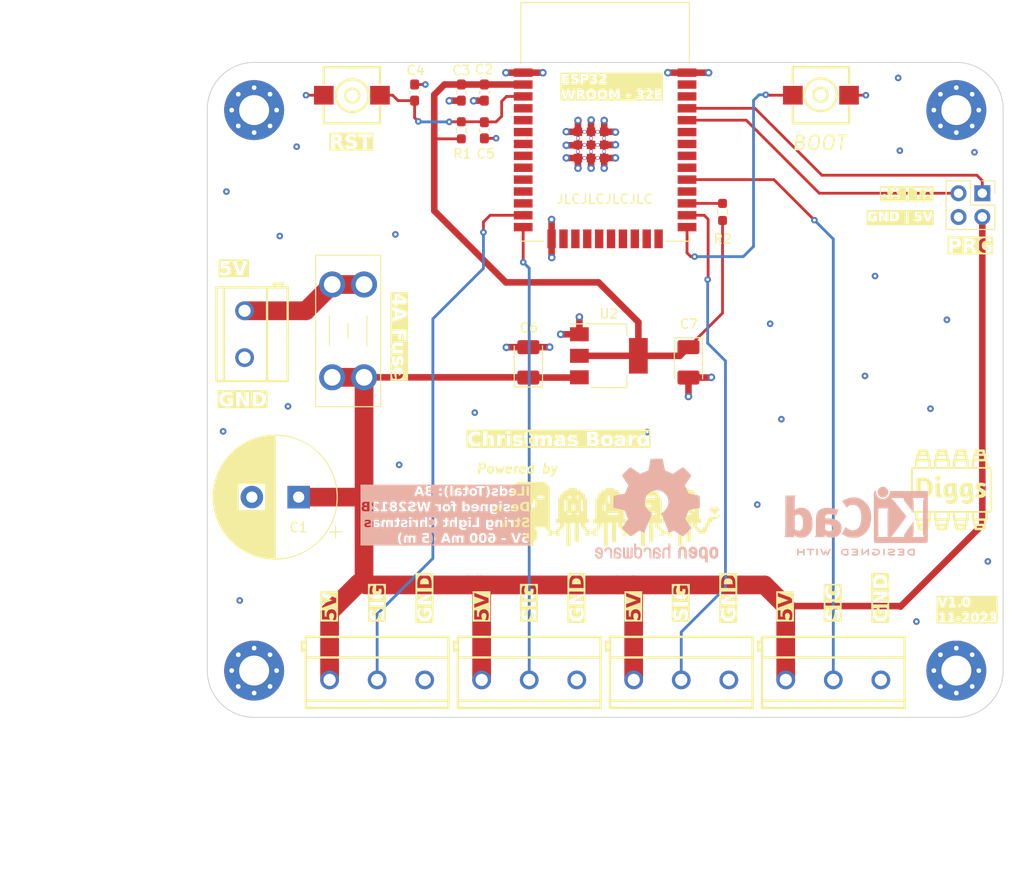
<source format=kicad_pcb>
(kicad_pcb (version 20221018) (generator pcbnew)
  (layers (0 "F.Cu" signal) (1 "In1.Cu" power) (2 "In2.Cu" power) (31 "B.Cu" signal) (34 "B.Paste" user) (35 "F.Paste" user) (36 "B.SilkS" user "B.Silkscreen") (37 "F.SilkS" user "F.Silkscreen") (38 "B.Mask" user) (39 "F.Mask" user) (44 "Edge.Cuts" user))
  (net 0 "")
  (net 1 "+5V")
  (net 2 "GND")
  (net 3 "+3.3V")
  (net 4 "/DOUT_1")
  (net 5 "/DOUT_2")
  (net 6 "/DOUT_3")
  (net 7 "/DOUT_4")
  (net 8 "/ESP32_EN")
  (net 9 "/ESP32_TX")
  (net 10 "/ESP32_RX")
  (net 11 "Net-(J1-Pin_1)")
  (net 12 "Net-(U1-IO16)")
  (net 13 "/BOOT")
  (footprint "LOGO" (layer "F.Cu") (at 177.725 109.425)
    (fp_text reference "G***" hide)
    (fp_text value "LOGO" hide)
  )
  (footprint "MountingHole:MountingHole_3.2mm_M3_Pad_Via" (layer "F.Cu") (at 178.26 68.84 90)
    (fp_text reference "REF**" hide)
    (fp_text value "MountingHole_3.2mm_M3_Pad_Via" hide)
    (pad "1" thru_hole circle (at -2.4 0 90) (size 0.8 0.8) (drill 0.5) (layers "*.Cu" "*.Mask"))
    (pad "1" thru_hole circle (at -1.697056 -1.697056 90) (size 0.8 0.8) (drill 0.5) (layers "*.Cu" "*.Mask"))
    (pad "1" thru_hole circle (at -1.697056 1.697056 90) (size 0.8 0.8) (drill 0.5) (layers "*.Cu" "*.Mask"))
    (pad "1" thru_hole circle (at 0 -2.4 90) (size 0.8 0.8) (drill 0.5) (layers "*.Cu" "*.Mask"))
    (pad "1" thru_hole circle (at 0 0 90) (size 6.4 6.4) (drill 3.2) (layers "*.Cu" "*.Mask"))
    (pad "1" thru_hole circle (at 0 2.4 90) (size 0.8 0.8) (drill 0.5) (layers "*.Cu" "*.Mask"))
    (pad "1" thru_hole circle (at 1.697056 -1.697056 90) (size 0.8 0.8) (drill 0.5) (layers "*.Cu" "*.Mask"))
    (pad "1" thru_hole circle (at 1.697056 1.697056 90) (size 0.8 0.8) (drill 0.5) (layers "*.Cu" "*.Mask"))
    (pad "1" thru_hole circle (at 2.4 0 90) (size 0.8 0.8) (drill 0.5) (layers "*.Cu" "*.Mask"))
  )
  (footprint "Resistor_SMD:R_0603_1608Metric_Pad0.98x0.95mm_HandSolder" (layer "F.Cu") (at 125.390259 71 90)
    (fp_text reference "R1" (at -2.5 0.109741 180) (layer "F.SilkS"))
    (fp_text value "10k" hide)
    (pad "1" smd roundrect (at -0.9125 0 90) (size 0.975 0.95) (layers "F.Cu" "F.Paste" "F.Mask") (net 3 "+3.3V"))
    (pad "2" smd roundrect (at 0.9125 0 90) (size 0.975 0.95) (layers "F.Cu" "F.Paste" "F.Mask") (net 8 "/ESP32_EN"))
  )
  (footprint "Screw Terminal:3P" (layer "F.Cu") (at 148.68 118.776)
    (fp_text reference "J5" hide)
    (fp_text value "OUT 3" hide)
    (pad "1" thru_hole circle (at -4.88 10.96) (size 2 2) (drill 1.3) (layers "*.Cu" "*.Mask") (net 1 "+5V"))
    (pad "2" thru_hole circle (at 0.2 10.96) (size 2 2) (drill 1.3) (layers "*.Cu" "*.Mask") (net 6 "/DOUT_3"))
    (pad "3" thru_hole circle (at 5.28 10.96) (size 2 2) (drill 1.3) (layers "*.Cu" "*.Mask") (net 2 "GND"))
  )
  (footprint "Screw Terminal:3P" (layer "F.Cu") (at 132.44 118.776)
    (fp_text reference "J4" hide)
    (fp_text value "OUT 2" hide)
    (pad "1" thru_hole circle (at -4.88 10.96) (size 2 2) (drill 1.3) (layers "*.Cu" "*.Mask") (net 1 "+5V"))
    (pad "2" thru_hole circle (at 0.2 10.96) (size 2 2) (drill 1.3) (layers "*.Cu" "*.Mask") (net 5 "/DOUT_2"))
    (pad "3" thru_hole circle (at 5.28 10.96) (size 2 2) (drill 1.3) (layers "*.Cu" "*.Mask") (net 2 "GND"))
  )
  (footprint "MountingHole:MountingHole_3.2mm_M3_Pad_Via" (layer "F.Cu") (at 103.26 128.74 90)
    (fp_text reference "REF**" hide)
    (fp_text value "MountingHole_3.2mm_M3_Pad_Via" hide)
    (pad "1" thru_hole circle (at -2.4 0 90) (size 0.8 0.8) (drill 0.5) (layers "*.Cu" "*.Mask"))
    (pad "1" thru_hole circle (at -1.697056 -1.697056 90) (size 0.8 0.8) (drill 0.5) (layers "*.Cu" "*.Mask"))
    (pad "1" thru_hole circle (at -1.697056 1.697056 90) (size 0.8 0.8) (drill 0.5) (layers "*.Cu" "*.Mask"))
    (pad "1" thru_hole circle (at 0 -2.4 90) (size 0.8 0.8) (drill 0.5) (layers "*.Cu" "*.Mask"))
    (pad "1" thru_hole circle (at 0 0 90) (size 6.4 6.4) (drill 3.2) (layers "*.Cu" "*.Mask"))
    (pad "1" thru_hole circle (at 0 2.4 90) (size 0.8 0.8) (drill 0.5) (layers "*.Cu" "*.Mask"))
    (pad "1" thru_hole circle (at 1.697056 -1.697056 90) (size 0.8 0.8) (drill 0.5) (layers "*.Cu" "*.Mask"))
    (pad "1" thru_hole circle (at 1.697056 1.697056 90) (size 0.8 0.8) (drill 0.5) (layers "*.Cu" "*.Mask"))
    (pad "1" thru_hole circle (at 2.4 0 90) (size 0.8 0.8) (drill 0.5) (layers "*.Cu" "*.Mask"))
  )
  (footprint "Capacitor_SMD:C_0603_1608Metric_Pad1.08x0.95mm_HandSolder" (layer "F.Cu") (at 127.850192 71 90)
    (fp_text reference "C5" (at -2.5 0.149808 180) (layer "F.SilkS"))
    (fp_text value "1 uF" hide)
    (pad "1" smd roundrect (at -0.8625 0 90) (size 1.075 0.95) (layers "F.Cu" "F.Paste" "F.Mask") (net 2 "GND"))
    (pad "2" smd roundrect (at 0.8625 0 90) (size 1.075 0.95) (layers "F.Cu" "F.Paste" "F.Mask") (net 8 "/ESP32_EN"))
  )
  (footprint "Capacitor_Tantalum_SMD:CP_EIA-3528-21_Kemet-B_Pad1.50x2.35mm_HandSolder" (layer "F.Cu") (at 132.55 95.8 90)
    (fp_text reference "C6" (at 3.7 0.05 180) (layer "F.SilkS"))
    (fp_text value "100 uF" hide)
    (pad "1" smd roundrect (at -1.625 0 90) (size 1.5 2.35) (layers "F.Cu" "F.Paste" "F.Mask") (roundrect_rratio 0.1666673333) (net 1 "+5V"))
    (pad "2" smd roundrect (at 1.625 0 90) (size 1.5 2.35) (layers "F.Cu" "F.Paste" "F.Mask") (roundrect_rratio 0.1666673333) (net 2 "GND"))
  )
  (footprint "Switch:SMD Switch" (layer "F.Cu") (at 163.8 67.25)
    (fp_text reference "SW2" hide)
    (fp_text value "BOOT" (at -0.2 5.1 unlocked) (layer "F.SilkS" knockout) (effects (font (size 1.5 1.5) (thickness 0.2) bold italic)))
    (pad "1" smd rect (at -3 0) (size 2.1 2) (layers "F.Cu" "F.Paste" "F.Mask") (net 13 "/BOOT"))
    (pad "2" smd rect (at 3 0) (size 2.1 2) (layers "F.Cu" "F.Paste" "F.Mask") (net 2 "GND"))
  )
  (footprint "Capacitor_SMD:C_0603_1608Metric_Pad1.08x0.95mm_HandSolder" (layer "F.Cu") (at 125.390259 66.96813 -90)
    (fp_text reference "C3" (at -2.36813 -0.009741) (layer "F.SilkS"))
    (fp_text value "10 uF" hide)
    (pad "1" smd roundrect (at -0.8625 0 270) (size 1.075 0.95) (layers "F.Cu" "F.Paste" "F.Mask") (net 3 "+3.3V"))
    (pad "2" smd roundrect (at 0.8625 0 270) (size 1.075 0.95) (layers "F.Cu" "F.Paste" "F.Mask") (net 2 "GND"))
  )
  (footprint "Package_TO_SOT_SMD:SOT-223-3_TabPin2" (layer "F.Cu") (at 141.15 95.1)
    (fp_text reference "U2" (at 0 -4.5) (layer "F.SilkS"))
    (fp_text value "AMS1117-3.3" hide)
    (pad "1" smd rect (at -3.15 -2.3) (size 2 1.5) (layers "F.Cu" "F.Paste" "F.Mask") (net 2 "GND"))
    (pad "2" smd rect (at -3.15 0) (size 2 1.5) (layers "F.Cu" "F.Paste" "F.Mask") (net 3 "+3.3V"))
    (pad "2" smd rect (at 3.15 0) (size 2 3.8) (layers "F.Cu" "F.Paste" "F.Mask") (net 3 "+3.3V"))
    (pad "3" smd rect (at -3.15 2.3) (size 2 1.5) (layers "F.Cu" "F.Paste" "F.Mask") (net 1 "+5V"))
  )
  (footprint "MountingHole:MountingHole_3.2mm_M3_Pad_Via" (layer "F.Cu") (at 178.26 128.74 90)
    (fp_text reference "REF**" hide)
    (fp_text value "MountingHole_3.2mm_M3_Pad_Via" hide)
    (pad "1" thru_hole circle (at -2.4 0 90) (size 0.8 0.8) (drill 0.5) (layers "*.Cu" "*.Mask"))
    (pad "1" thru_hole circle (at -1.697056 -1.697056 90) (size 0.8 0.8) (drill 0.5) (layers "*.Cu" "*.Mask"))
    (pad "1" thru_hole circle (at -1.697056 1.697056 90) (size 0.8 0.8) (drill 0.5) (layers "*.Cu" "*.Mask"))
    (pad "1" thru_hole circle (at 0 -2.4 90) (size 0.8 0.8) (drill 0.5) (layers "*.Cu" "*.Mask"))
    (pad "1" thru_hole circle (at 0 0 90) (size 6.4 6.4) (drill 3.2) (layers "*.Cu" "*.Mask"))
    (pad "1" thru_hole circle (at 0 2.4 90) (size 0.8 0.8) (drill 0.5) (layers "*.Cu" "*.Mask"))
    (pad "1" thru_hole circle (at 1.697056 -1.697056 90) (size 0.8 0.8) (drill 0.5) (layers "*.Cu" "*.Mask"))
    (pad "1" thru_hole circle (at 1.697056 1.697056 90) (size 0.8 0.8) (drill 0.5) (layers "*.Cu" "*.Mask"))
    (pad "1" thru_hole circle (at 2.4 0 90) (size 0.8 0.8) (drill 0.5) (layers "*.Cu" "*.Mask"))
  )
  (footprint "Capacitor_SMD:C_0603_1608Metric_Pad1.08x0.95mm_HandSolder" (layer "F.Cu") (at 127.850192 66.96813 90)
    (fp_text reference "C2" (at 2.46813 -0.050192) (layer "F.SilkS"))
    (fp_text value "0.1 uF" hide)
    (pad "1" smd roundrect (at -0.8625 0 90) (size 1.075 0.95) (layers "F.Cu" "F.Paste" "F.Mask") (net 2 "GND"))
    (pad "2" smd roundrect (at 0.8625 0 90) (size 1.075 0.95) (layers "F.Cu" "F.Paste" "F.Mask") (net 3 "+3.3V"))
  )
  (footprint "Capacitor_THT:CP_Radial_D13.0mm_P5.00mm" (layer "F.Cu") (at 108.015216 110.2 180)
    (fp_text reference "C1" (at 0.015216 -3.25) (layer "F.SilkS"))
    (fp_text value "100 uF" hide)
    (pad "1" thru_hole rect (at 0 0 180) (size 2.4 2.4) (drill 1.2) (layers "*.Cu" "*.Mask") (net 1 "+5V"))
    (pad "2" thru_hole circle (at 5 0 180) (size 2.4 2.4) (drill 1.2) (layers "*.Cu" "*.Mask") (net 2 "GND"))
  )
  (footprint "MountingHole:MountingHole_3.2mm_M3_Pad_Via" (layer "F.Cu") (at 103.26 68.84 90)
    (fp_text reference "REF**" hide)
    (fp_text value "MountingHole_3.2mm_M3_Pad_Via" hide)
    (pad "1" thru_hole circle (at -2.4 0 90) (size 0.8 0.8) (drill 0.5) (layers "*.Cu" "*.Mask"))
    (pad "1" thru_hole circle (at -1.697056 -1.697056 90) (size 0.8 0.8) (drill 0.5) (layers "*.Cu" "*.Mask"))
    (pad "1" thru_hole circle (at -1.697056 1.697056 90) (size 0.8 0.8) (drill 0.5) (layers "*.Cu" "*.Mask"))
    (pad "1" thru_hole circle (at 0 -2.4 90) (size 0.8 0.8) (drill 0.5) (layers "*.Cu" "*.Mask"))
    (pad "1" thru_hole circle (at 0 0 90) (size 6.4 6.4) (drill 3.2) (layers "*.Cu" "*.Mask"))
    (pad "1" thru_hole circle (at 0 2.4 90) (size 0.8 0.8) (drill 0.5) (layers "*.Cu" "*.Mask"))
    (pad "1" thru_hole circle (at 1.697056 -1.697056 90) (size 0.8 0.8) (drill 0.5) (layers "*.Cu" "*.Mask"))
    (pad "1" thru_hole circle (at 1.697056 1.697056 90) (size 0.8 0.8) (drill 0.5) (layers "*.Cu" "*.Mask"))
    (pad "1" thru_hole circle (at 2.4 0 90) (size 0.8 0.8) (drill 0.5) (layers "*.Cu" "*.Mask"))
  )
  (footprint "Fuse:Fuseholder_Blade_Mini_Keystone_3568" (layer "F.Cu") (at 115 87.48 -90)
    (fp_text reference "F1" hide)
    (fp_text value "4A" hide)
    (pad "1" thru_hole circle (at 0 0 270) (size 2.78 2.78) (drill 1.78) (layers "*.Cu" "*.Mask") (net 11 "Net-(J1-Pin_1)"))
    (pad "1" thru_hole circle (at 0 3.4 270) (size 2.78 2.78) (drill 1.78) (layers "*.Cu" "*.Mask") (net 11 "Net-(J1-Pin_1)"))
    (pad "2" thru_hole circle (at 9.92 0 270) (size 2.78 2.78) (drill 1.78) (layers "*.Cu" "*.Mask") (net 1 "+5V"))
    (pad "2" thru_hole circle (at 9.92 3.4 270) (size 2.78 2.78) (drill 1.78) (layers "*.Cu" "*.Mask") (net 1 "+5V"))
  )
  (footprint "Switch:SMD Switch" (layer "F.Cu") (at 113.7 67.25 180)
    (fp_text reference "SW1" hide)
    (fp_text value "RST" hide)
    (pad "1" smd rect (at -3 0 180) (size 2.1 2) (layers "F.Cu" "F.Paste" "F.Mask") (net 8 "/ESP32_EN"))
    (pad "2" smd rect (at 3 0 180) (size 2.1 2) (layers "F.Cu" "F.Paste" "F.Mask") (net 2 "GND"))
  )
  (footprint "Screw Terminal:3P" (layer "F.Cu") (at 164.92 118.776)
    (fp_text reference "J6" hide)
    (fp_text value "OUT 4" hide)
    (pad "1" thru_hole circle (at -4.88 10.96) (size 2 2) (drill 1.3) (layers "*.Cu" "*.Mask") (net 1 "+5V"))
    (pad "2" thru_hole circle (at 0.2 10.96) (size 2 2) (drill 1.3) (layers "*.Cu" "*.Mask") (net 7 "/DOUT_4"))
    (pad "3" thru_hole circle (at 5.28 10.96) (size 2 2) (drill 1.3) (layers "*.Cu" "*.Mask") (net 2 "GND"))
  )
  (footprint "Connector_PinHeader_2.54mm:PinHeader_2x02_P2.54mm_Vertical" (layer "F.Cu") (at 181.035 77.725 -90)
    (fp_text reference "J2" hide)
    (fp_text value "Pogo Pins" hide)
    (pad "1" thru_hole rect (at 0 0 270) (size 1.7 1.7) (drill 1) (layers "*.Cu" "*.Mask") (net 9 "/ESP32_TX"))
    (pad "2" thru_hole oval (at 2.54 0 270) (size 1.7 1.7) (drill 1) (layers "*.Cu" "*.Mask") (net 1 "+5V"))
    (pad "3" thru_hole oval (at 0 2.54 270) (size 1.7 1.7) (drill 1) (layers "*.Cu" "*.Mask") (net 10 "/ESP32_RX"))
    (pad "4" thru_hole oval (at 2.54 2.54 270) (size 1.7 1.7) (drill 1) (layers "*.Cu" "*.Mask") (net 2 "GND"))
  )
  (footprint "ESP32 WROOM 32E:XCVR_ESP32-WROOM-32E__16MB_" (layer "F.Cu") (at 140.7465 70.1)
    (fp_text reference "U1" hide)
    (fp_text value "ESP32WROOM-32E__16MB_" hide)
    (pad "1" smd rect (at -8.75 -5.26) (size 2 0.9) (layers "F.Cu" "F.Paste" "F.Mask") (net 2 "GND"))
    (pad "2" smd rect (at -8.75 -3.99) (size 2 0.9) (layers "F.Cu" "F.Paste" "F.Mask") (net 3 "+3.3V"))
    (pad "3" smd rect (at -8.75 -2.72) (size 2 0.9) (layers "F.Cu" "F.Paste" "F.Mask") (net 8 "/ESP32_EN"))
    (pad "4" smd rect (at -8.75 -1.45) (size 2 0.9) (layers "F.Cu" "F.Paste" "F.Mask"))
    (pad "5" smd rect (at -8.75 -0.18) (size 2 0.9) (layers "F.Cu" "F.Paste" "F.Mask"))
    (pad "6" smd rect (at -8.75 1.09) (size 2 0.9) (layers "F.Cu" "F.Paste" "F.Mask"))
    (pad "7" smd rect (at -8.75 2.36) (size 2 0.9) (layers "F.Cu" "F.Paste" "F.Mask"))
    (pad "8" smd rect (at -8.75 3.63) (size 2 0.9) (layers "F.Cu" "F.Paste" "F.Mask"))
    (pad "9" smd rect (at -8.75 4.9) (size 2 0.9) (layers "F.Cu" "F.Paste" "F.Mask"))
    (pad "10" smd rect (at -8.75 6.17) (size 2 0.9) (layers "F.Cu" "F.Paste" "F.Mask"))
    (pad "11" smd rect (at -8.75 7.44) (size 2 0.9) (layers "F.Cu" "F.Paste" "F.Mask"))
    (pad "12" smd rect (at -8.75 8.71) (size 2 0.9) (layers "F.Cu" "F.Paste" "F.Mask"))
    (pad "13" smd rect (at -8.75 9.98) (size 2 0.9) (layers "F.Cu" "F.Paste" "F.Mask") (net 4 "/DOUT_1"))
    (pad "14" smd rect (at -8.75 11.25) (size 2 0.9) (layers "F.Cu" "F.Paste" "F.Mask") (net 5 "/DOUT_2"))
    (pad "15" smd rect (at -5.715 12.5) (size 0.9 2) (layers "F.Cu" "F.Paste" "F.Mask") (net 2 "GND"))
    (pad "16" smd rect (at -4.445 12.5) (size 0.9 2) (layers "F.Cu" "F.Paste" "F.Mask"))
    (pad "17" smd rect (at -3.175 12.5) (size 0.9 2) (layers "F.Cu" "F.Paste" "F.Mask"))
    (pad "18" smd rect (at -1.905 12.5) (size 0.9 2) (layers "F.Cu" "F.Paste" "F.Mask"))
    (pad "19" smd rect (at -0.635 12.5) (size 0.9 2) (layers "F.Cu" "F.Paste" "F.Mask"))
    (pad "20" smd rect (at 0.635 12.5) (size 0.9 2) (layers "F.Cu" "F.Paste" "F.Mask"))
    (pad "21" smd rect (at 1.905 12.5) (size 0.9 2) (layers "F.Cu" "F.Paste" "F.Mask"))
    (pad "22" smd rect (at 3.175 12.5) (size 0.9 2) (layers "F.Cu" "F.Paste" "F.Mask"))
    (pad "23" smd rect (at 4.445 12.5) (size 0.9 2) (layers "F.Cu" "F.Paste" "F.Mask"))
    (pad "24" smd rect (at 5.715 12.5) (size 0.9 2) (layers "F.Cu" "F.Paste" "F.Mask"))
    (pad "25" smd rect (at 8.75 11.25) (size 2 0.9) (layers "F.Cu" "F.Paste" "F.Mask") (net 13 "/BOOT"))
    (pad "26" smd rect (at 8.75 9.98) (size 2 0.9) (layers "F.Cu" "F.Paste" "F.Mask") (net 6 "/DOUT_3"))
    (pad "27" smd rect (at 8.75 8.71) (size 2 0.9) (layers "F.Cu" "F.Paste" "F.Mask") (net 12 "Net-(U1-IO16)"))
    (pad "28" smd rect (at 8.75 7.44) (size 2 0.9) (layers "F.Cu" "F.Paste" "F.Mask"))
    (pad "29" smd rect (at 8.75 6.17) (size 2 0.9) (layers "F.Cu" "F.Paste" "F.Mask") (net 7 "/DOUT_4"))
    (pad "30" smd rect (at 8.75 4.9) (size 2 0.9) (layers "F.Cu" "F.Paste" "F.Mask"))
    (pad "31" smd rect (at 8.75 3.63) (size 2 0.9) (layers "F.Cu" "F.Paste" "F.Mask"))
    (pad "32" smd rect (at 8.75 2.36) (size 2 0.9) (layers "F.Cu" "F.Paste" "F.Mask"))
    (pad "33" smd rect (at 8.75 1.09) (size 2 0.9) (layers "F.Cu" "F.Paste" "F.Mask"))
    (pad "34" smd rect (at 8.75 -0.18) (size 2 0.9) (layers "F.Cu" "F.Paste" "F.Mask") (net 10 "/ESP32_RX"))
    (pad "35" smd rect (at 8.75 -1.45) (size 2 0.9) (layers "F.Cu" "F.Paste" "F.Mask") (net 9 "/ESP32_TX"))
    (pad "36" smd rect (at 8.75 -2.72) (size 2 0.9) (layers "F.Cu" "F.Paste" "F.Mask"))
    (pad "37" smd rect (at 8.75 -3.99) (size 2 0.9) (layers "F.Cu" "F.Paste" "F.Mask"))
    (pad "38" smd rect (at 8.75 -5.26) (size 2 0.9) (layers "F.Cu" "F.Paste" "F.Mask") (net 2 "GND"))
    (pad "39_1" smd rect (at -2.9 1.06) (size 0.9 0.9) (layers "F.Cu" "F.Paste" "F.Mask") (net 2 "GND"))
    (pad "39_2" smd rect (at -1.5 1.06) (size 0.9 0.9) (layers "F.Cu" "F.Paste" "F.Mask") (net 2 "GND"))
    (pad "39_3" smd rect (at -0.1 1.06) (size 0.9 0.9) (layers "F.Cu" "F.Paste" "F.Mask") (net 2 "GND"))
    (pad "39_4" smd rect (at -2.9 2.46) (size 0.9 0.9) (layers "F.Cu" "F.Paste" "F.Mask") (net 2 "GND"))
    (pad "39_5" smd rect (at -1.5 2.46) (size 0.9 0.9) (layers "F.Cu" "F.Paste" "F.Mask") (net 2 "GND"))
    (pad "39_6" smd rect (at -0.1 2.46) (size 0.9 0.9) (layers "F.Cu" "F.Paste" "F.Mask") (net 2 "GND"))
    (pad "39_7" smd rect (at -2.9 3.86) (size 0.9 0.9) (layers "F.Cu" "F.Paste" "F.Mask") (net 2 "GND"))
    (pad "39_8" smd rect (at -1.5 3.86) (size 0.9 0.9) (layers "F.Cu" "F.Paste" "F.Mask") (net 2 "GND"))
    (pad "39_9" smd rect (at -0.1 3.86) (size 0.9 0.9) (layers "F.Cu" "F.Paste" "F.Mask") (net 2 "GND"))
    (pad "39_10" thru_hole circle (at -2.2 1.06) (size 0.4 0.4) (drill 0.3) (layers "*.Cu") (net 2 "GND"))
    (pad "39_11" thru_hole circle (at -0.8 1.06) (size 0.4 0.4) (drill 0.3) (layers "*.Cu") (net 2 "GND"))
    (pad "39_12" thru_hole circle (at -2.9 1.76) (size 0.4 0.4) (drill 0.3) (layers "*.Cu") (net 2 "GND"))
    (pad "39_13" thru_hole circle (at -1.5 1.76) (size 0.4 0.4) (drill 0.3) (layers "*.Cu") (net 2 "GND"))
    (pad "39_14" thru_hole circle (at -0.1 1.76) (size 0.4 0.4) (drill 0.3) (layers "*.Cu") (net 2 "GND"))
    (pad "39_15" thru_hole circle (at -2.2 2.46) (size 0.4 0.4) (drill 0.3) (layers "*.Cu") (net 2 "GND"))
    (pad "39_16" thru_hole circle (at -0.8 2.46) (size 0.4 0.4) (drill 0.3) (layers "*.Cu") (net 2 "GND"))
    (pad "39_17" thru_hole circle (at -2.9 3.16) (size 0.4 0.4) (drill 0.3) (layers "*.Cu") (net 2 "GND"))
    (pad "39_18" thru_hole circle (at -1.5 3.16) (size 0.4 0.4) (drill 0.3) (layers "*.Cu") (net 2 "GND"))
    (pad "39_19" thru_hole circle (at -0.1 3.16) (size 0.4 0.4) (drill 0.3) (layers "*.Cu") (net 2 "GND"))
    (pad "39_20" thru_hole circle (at -2.2 3.86) (size 0.4 0.4) (drill 0.3) (layers "*.Cu") (net 2 "GND"))
    (pad "39_21" thru_hole circle (at -0.8 3.86) (size 0.4 0.4) (drill 0.3) (layers "*.Cu") (net 2 "GND"))
  )
  (footprint "LOGO" (layer "F.Cu") (at 140.925 112)
    (fp_text reference "G***" hide)
    (fp_text value "LOGO" hide)
  )
  (footprint "Screw Terminal:3P" (layer "F.Cu") (at 116.2 118.776)
    (fp_text reference "J3" hide)
    (fp_text value "OUT 1" hide)
    (pad "1" thru_hole circle (at -4.88 10.96) (size 2 2) (drill 1.3) (layers "*.Cu" "*.Mask") (net 1 "+5V"))
    (pad "2" thru_hole circle (at 0.2 10.96) (size 2 2) (drill 1.3) (layers "*.Cu" "*.Mask") (net 4 "/DOUT_1"))
    (pad "3" thru_hole circle (at 5.28 10.96) (size 2 2) (drill 1.3) (layers "*.Cu" "*.Mask") (net 2 "GND"))
  )
  (footprint "Capacitor_SMD:C_0603_1608Metric_Pad1.08x0.95mm_HandSolder" (layer "F.Cu") (at 120.4 66.96813 90)
    (fp_text reference "C4" (at 2.36813 0.1 180) (layer "F.SilkS"))
    (fp_text value "0.1 uF" hide)
    (pad "1" smd roundrect (at -0.8625 0 90) (size 1.075 0.95) (layers "F.Cu" "F.Paste" "F.Mask") (net 8 "/ESP32_EN"))
    (pad "2" smd roundrect (at 0.8625 0 90) (size 1.075 0.95) (layers "F.Cu" "F.Paste" "F.Mask") (net 2 "GND"))
  )
  (footprint "Capacitor_Tantalum_SMD:CP_EIA-3528-21_Kemet-B_Pad1.50x2.35mm_HandSolder" (layer "F.Cu") (at 149.65 95.8 -90)
    (fp_text reference "C7" (at -4.1 -0.05) (layer "F.SilkS"))
    (fp_text value "100 uF" hide)
    (pad "1" smd roundrect (at -1.625 0 270) (size 1.5 2.35) (layers "F.Cu" "F.Paste" "F.Mask") (roundrect_rratio 0.1666673333) (net 3 "+3.3V"))
    (pad "2" smd roundrect (at 1.625 0 270) (size 1.5 2.35) (layers "F.Cu" "F.Paste" "F.Mask") (roundrect_rratio 0.1666673333) (net 2 "GND"))
  )
  (footprint "Screw Terminal:2P" (layer "F.Cu") (at 110.6605 92.59 -90)
    (fp_text reference "J1" hide)
    (fp_text value "IN" hide)
    (pad "1" thru_hole circle (at -2.304 8.42 270) (size 2 2) (drill 1.3) (layers "*.Cu" "*.Mask") (net 11 "Net-(J1-Pin_1)"))
    (pad "2" thru_hole circle (at 2.704 8.42 270) (size 2 2) (drill 1.3) (layers "*.Cu" "*.Mask") (net 2 "GND"))
  )
  (footprint "Resistor_SMD:R_0603_1608Metric_Pad0.98x0.95mm_HandSolder" (layer "F.Cu") (at 153.2876 79.724275 -90)
    (fp_text reference "R2" (at 2.875725 -0.0124 -180) (layer "F.SilkS"))
    (fp_text value "10k" hide)
    (pad "1" smd roundrect (at -0.9125 0 270) (size 0.975 0.95) (layers "F.Cu" "F.Paste" "F.Mask") (net 12 "Net-(U1-IO16)"))
    (pad "2" smd roundrect (at 0.9125 0 270) (size 0.975 0.95) (layers "F.Cu" "F.Paste" "F.Mask") (net 3 "+3.3V"))
  )
  (footprint "Symbol:KiCad-Logo2_6mm_SilkScreen" (layer "B.Cu") (at 167.557487 112.079848 180)
    (fp_text reference "REF**" hide)
    (fp_text value "KiCad-Logo2_6mm_SilkScreen" hide)
  )
  (footprint "Symbol:OSHW-Logo2_14.6x12mm_SilkScreen" (layer "B.Cu") (at 146.25 111.65 180)
    (fp_text reference "REF**" hide)
    (fp_text value "OSHW-Logo2_14.6x12mm_SilkScreen" hide)
  )
  (gr_arc (start 178.26 63.74) (mid 181.795534 65.204466) (end 183.26 68.74) (stroke (width 0.1)) (layer "Edge.Cuts"))
  (gr_line (start 103.26 133.74) (end 178.26 133.74) (stroke (width 0.1)) (layer "Edge.Cuts"))
  (gr_arc (start 98.26 68.74) (mid 99.724466 65.204466) (end 103.26 63.74) (stroke (width 0.1)) (layer "Edge.Cuts"))
  (gr_arc (start 183.26 128.74) (mid 181.795534 132.275534) (end 178.26 133.74) (stroke (width 0.1)) (layer "Edge.Cuts"))
  (gr_arc (start 103.26 133.74) (mid 99.724466 132.275534) (end 98.26 128.74) (stroke (width 0.1)) (layer "Edge.Cuts"))
  (gr_line (start 183.26 128.74) (end 183.26 68.74) (stroke (width 0.1)) (layer "Edge.Cuts"))
  (gr_line (start 98.26 68.74) (end 98.26 128.74) (stroke (width 0.1)) (layer "Edge.Cuts"))
  (gr_line (start 178.26 63.74) (end 103.26 63.74) (stroke (width 0.1)) (layer "Edge.Cuts"))
  (gr_text "ILeds(Total): 3A\nDesigned for WS2812B \nString Light Christmas\n5V - 600 mA (5 m)\n" (at 132.75 115.25) (layer "B.SilkS" knockout) (effects (font (size 1 1) (thickness 0.2) bold italic) (justify left bottom mirror)))
  (gr_text "ESP32\nWROOM - 32E" (at 136.05 67.85) (layer "F.SilkS" knockout) (effects (font (size 1 1) (thickness 0.25) bold) (justify left bottom)))
  (gr_text "SIG" (at 166.075 123.5 90) (layer "F.SilkS" knockout) (effects (font (size 1.5 1.5) (thickness 0.3) bold italic) (justify left bottom)))
  (gr_text "SIG" (at 133.627502 123.500872 90) (layer "F.SilkS" knockout) (effects (font (size 1.5 1.5) (thickness 0.3) bold italic) (justify left bottom)))
  (gr_text "5V" (at 144.775 123.5 90) (layer "F.SilkS" knockout) (effects (font (size 1.5 1.5) (thickness 0.3) bold italic) (justify left bottom)))
  (gr_text "PRG" (at 179.74497 83.45) (layer "F.SilkS" knockout) (effects (font (size 1.5 1.5) (thickness 0.2) bold italic)))
  (gr_text "GND | 5V" (at 175.75 80.29) (layer "F.SilkS" knockout) (effects (font (size 1 1) (thickness 0.2) bold italic) (justify right)))
  (gr_text "5V" (at 112.285 123.5 90) (layer "F.SilkS" knockout) (effects (font (size 1.5 1.5) (thickness 0.3) bold italic) (justify left bottom)))
  (gr_text "5V" (at 128.554427 123.50206 90) (layer "F.SilkS" knockout) (effects (font (size 1.5 1.5) (thickness 0.3) bold italic) (justify left bottom)))
  (gr_text "Powered by" (at 126.9 107.75) (layer "F.SilkS") (effects (font (size 1 1) (thickness 0.2) bold italic) (justify left bottom)))
  (gr_text "GND" (at 138.703465 123.583766 90) (layer "F.SilkS" knockout) (effects (font (size 1.5 1.5) (thickness 0.3) bold italic) (justify left bottom)))
  (gr_text "5V" (at 99.472126 86.75) (layer "F.SilkS" knockout) (effects (font (size 1.5 1.5) (thickness 0.2) bold italic) (justify left bottom)))
  (gr_text "GND" (at 154.920581 123.583766 90) (layer "F.SilkS" knockout) (effects (font (size 1.5 1.5) (thickness 0.3) bold italic) (justify left bottom)))
  (gr_text "RST" (at 113.55 72.35) (layer "F.SilkS" knockout) (effects (font (size 1.5 1.5) (thickness 0.2) bold italic)))
  (gr_text "4A Fuse" (at 117.75 88.375 -90) (layer "F.SilkS" knockout) (effects (font (size 1.5 1.5) (thickness 0.2) bold italic) (justify left bottom)))
  (gr_text "SIG" (at 149.846009 123.510059 90) (layer "F.SilkS" knockout) (effects (font (size 1.5 1.5) (thickness 0.3) bold italic) (justify left bottom)))
  (gr_text "GND" (at 171.155329 123.583766 90) (layer "F.SilkS" knockout) (effects (font (size 1.5 1.5) (thickness 0.3) bold italic) (justify left bottom)))
  (gr_text "V1.0\n11-2023" (at 176.25 123.75) (layer "F.SilkS" knockout) (effects (font (size 1 1) (thickness 0.2) bold italic) (justify left bottom)))
  (gr_text "5V" (at 160.975 123.5 90) (layer "F.SilkS" knockout) (effects (font (size 1.5 1.5) (thickness 0.3) bold italic) (justify left bottom)))
  (gr_text "JLCJLCJLCJLC" (at 140.7 78.35) (layer "F.SilkS") (effects (font (size 1 1))))
  (gr_text "RX | TX" (at 175.75 77.75) (layer "F.SilkS" knockout) (effects (font (size 1 1) (thickness 0.2) bold italic) (justify right)))
  (gr_text "GND" (at 122.475 123.583766 90) (layer "F.SilkS" knockout) (effects (font (size 1.5 1.5) (thickness 0.3) bold italic) (justify left bottom)))
  (gr_text "Christmas Board" (at 126 105) (layer "F.SilkS" knockout) (effects (font (size 1.5 1.5) (thickness 0.2) bold italic) (justify left bottom)))
  (gr_text "GND" (at 99.425183 100.75) (layer "F.SilkS" knockout) (effects (font (size 1.5 1.5) (thickness 0.2) bold italic) (justify left bottom)))
  (gr_text "SIG" (at 117.395 123.5 90) (layer "F.SilkS" knockout) (effects (font (size 1.5 1.5) (thickness 0.3) bold italic) (justify left bottom)))
  (segment (start 143.8 119.606) (end 143.78 119.586) (width 2) (layer "F.Cu") (net 1))
  (segment (start 172.246 121.846) (end 160.04 121.846) (width 0.7) (layer "F.Cu") (net 1))
  (segment (start 157.78 119.586) (end 160.04 121.846) (width 2) (layer "F.Cu") (net 1))
  (segment (start 114.9 110.2) (end 115 110.1) (width 2) (layer "F.Cu") (net 1))
  (segment (start 111.32 129.736) (end 111.32 122.496) (width 2) (layer "F.Cu") (net 1))
  (segment (start 172.3 121.9) (end 172.246 121.846) (width 0.7) (layer "F.Cu") (net 1))
  (segment (start 127.14 119.616) (end 127.11 119.586) (width 2) (layer "F.Cu") (net 1))
  (segment (start 108.015216 110.2) (end 114.9 110.2) (width 2) (layer "F.Cu") (net 1))
  (segment (start 111.6 97.4) (end 115 97.4) (width 2) (layer "F.Cu") (net 1))
  (segment (start 114.43 119.386) (end 111.32 122.496) (width 2) (layer "F.Cu") (net 1))
  (segment (start 132.55 97.425) (end 137.975 97.425) (width 0.7) (layer "F.Cu") (net 1))
  (segment (start 127.53 119.586) (end 142.03 119.586) (width 2) (layer "F.Cu") (net 1))
  (segment (start 142.03 119.586) (end 143.78 119.586) (width 2) (layer "F.Cu") (net 1))
  (segment (start 181.035 113.165) (end 172.3 121.9) (width 0.7) (layer "F.Cu") (net 1))
  (segment (start 143.8 129.736) (end 143.8 119.606) (width 2) (layer "F.Cu") (net 1))
  (segment (start 115.2 119.586) (end 126.08 119.586) (width 2) (layer "F.Cu") (net 1))
  (segment (start 181.035 80.265) (end 181.035 113.165) (width 0.7) (layer "F.Cu") (net 1))
  (segment (start 132.55 97.425) (end 132.525 97.4) (width 0.7) (layer "F.Cu") (net 1))
  (segment (start 115 110.1) (end 115 119.386) (width 2) (layer "F.Cu") (net 1))
  (segment (start 137.975 97.425) (end 138 97.4) (width 0.7) (layer "F.Cu") (net 1))
  (segment (start 127.56 129.736) (end 127.56 119.616) (width 2) (layer "F.Cu") (net 1))
  (segment (start 160.04 121.846) (end 160.04 129.736) (width 2) (layer "F.Cu") (net 1))
  (segment (start 132.525 97.4) (end 115 97.4) (width 0.7) (layer "F.Cu") (net 1))
  (segment (start 115 97.4) (end 115 110.1) (width 2) (layer "F.Cu") (net 1))
  (segment (start 143.78 119.586) (end 157.78 119.586) (width 2) (layer "F.Cu") (net 1))
  (segment (start 126.08 119.586) (end 127.53 119.586) (width 2) (layer "F.Cu") (net 1))
  (segment (start 140.6465 74.9965) (end 140.6465 73.96) (width 0.7) (layer "F.Cu") (net 2))
  (segment (start 147.45 64.85) (end 147.5 64.84) (width 0.7) (layer "F.Cu") (net 2))
  (segment (start 131.9965 64.84) (end 130.16 64.84) (width 0.7) (layer "F.Cu") (net 2))
  (segment (start 139.25 69.95) (end 139.25 69.9) (width 0.7) (layer "F.Cu") (net 2))
  (segment (start 137.8465 71.16) (end 137.85 69.95) (width 0.7) (layer "F.Cu") (net 2))
  (segment (start 139.2465 73.26) (end 139.2465 73.96) (width 0.3) (layer "F.Cu") (net 2))
  (segment (start 139.25 74.9) (end 139.25 75.05) (width 0.7) (layer "F.Cu") (net 2))
  (segment (start 137.8465 71.86) (end 137.8465 72.56) (width 0.3) (layer "F.Cu") (net 2))
  (segment (start 121.55 66.10563) (end 120.4 66.10563) (width 0.3) (layer "F.Cu") (net 2))
  (segment (start 139.2465 71.86) (end 139.2465 72.56) (width 0.3) (layer "F.Cu") (net 2))
  (segment (start 139.2465 71.16) (end 139.2465 69.9535) (width 0.7) (layer "F.Cu") (net 2))
  (segment (start 147.5 64.84) (end 147.51 64.84) (width 0.7) (layer "F.Cu") (net 2))
  (segment (start 136.65 73.96) (end 136.66 73.96) (width 0.7) (layer "F.Cu") (net 2))
  (segment (start 138.5465 73.96) (end 139.2465 73.96) (width 0.3) (layer "F.Cu") (net 2))
  (segment (start 138.5465 71.16) (end 137.8465 71.16) (width 0.3) (layer "F.Cu") (net 2))
  (segment (start 126.7 67.85) (end 126.75 67.83063) (width 0.7) (layer "F.Cu") (net 2))
  (segment (start 139.2465 73.26) (end 139.2465 72.56) (width 0.3) (layer "F.Cu") (net 2))
  (segment (start 140.6465 73.96) (end 141.63 73.96) (width 0.7) (layer "F.Cu") (net 2))
  (segment (start 151.68 64.84) (end 151.8 64.85) (width 0.7) (layer "F.Cu") (net 2))
  (segment (start 137.8465 73.96) (end 137.8465 75.0465) (width 0.7) (layer "F.Cu") (net 2))
  (segment (start 135.0315 84.5852) (end 135.0463 84.6) (width 0.7) (layer "F.Cu") (net 2))
  (segment (start 137.8465 75.0465) (end 137.85 75.05) (width 0.7) (layer "F.Cu") (net 2))
  (segment (start 110.7 67.25) (end 108.8 67.25) (width 0.3) (layer "F.Cu") (net 2))
  (segment (start 140.6465 73.26) (end 140.6465 72.56) (width 0.3) (layer "F.Cu") (net 2))
  (segment (start 138.5465 72.56) (end 139.2465 72.56) (width 0.3) (layer "F.Cu") (net 2))
  (segment (start 139.3 69.9) (end 139.25 69.95) (width 0.7) (layer "F.Cu") (net 2))
  (segment (start 151.8 64.85) (end 151.7 64.84) (width 0.7) (layer "F.Cu") (net 2))
  (segment (start 140.6465 71.86) (end 140.6465 71.16) (width 0.3) (layer "F.Cu") (net 2))
  (segment (start 126.75 67.83063) (end 126.76937 67.83063) (width 0.7) (layer "F.Cu") (net 2))
  (segment (start 139.25 69.9) (end 139.3 69.9) (width 0.7) (layer "F.Cu") (net 2))
  (segment (start 137.8465 73.26) (end 137.8465 73.96) (width 0.3) (layer "F.Cu") (net 2))
  (segment (start 131.9965 64.84) (end 134.05 64.84) (width 0.7) (layer "F.Cu") (net 2))
  (segment (start 152.1 97.4) (end 152.075 97.425) (width 0.7) (layer "F.Cu") (net 2))
  (segment (start 149.4965 64.84) (end 147.52 64.84) (width 0.7) (layer "F.Cu") (net 2))
  (segment (start 138.5465 73.96) (end 137.8465 73.96) (width 0.3) (layer "F.Cu") (net 2))
  (segment (start 138.5465 72.56) (end 137.8465 72.56) (width 0.3) (layer "F.Cu") (net 2))
  (segment (start 140.6465 73.26) (end 140.6465 73.96) (width 0.3) (layer "F.Cu") (net 2))
  (segment (start 124.23874 67.83063) (end 124.1 67.85) (width 0.7) (layer "F.Cu") (net 2))
  (segment (start 141.65 73.96) (end 141.64 73.96) (width 0.7) (layer "F.Cu") (net 2))
  (segment (start 137.8465 71.16) (end 136.71 71.16) (width 0.7) (layer "F.Cu") (net 2))
  (segment (start 139.9465 72.56) (end 140.6465 72.56) (width 0.3) (layer "F.Cu") (net 2))
  (segment (start 139.9465 71.16) (end 140.6465 71.16) (width 0.3) (layer "F.Cu") (net 2))
  (segment (start 138 92.8) (end 138 90.95) (width 0.7) (layer "F.Cu") (net 2))
  (segment (start 139.2465 73.96) (end 139.2465 74.8965) (width 0.7) (layer "F.Cu") (net 2))
  (segment (start 140.6465 71.86) (end 140.6465 72.56) (width 0.3) (layer "F.Cu") (net 2))
  (segment (start 139.2465 69.9535) (end 139.25 69.95) (width 0.7) (layer "F.Cu") (net 2))
  (segment (start 137.8465 73.26) (end 137.8465 72.56) (width 0.3) (layer "F.Cu") (net 2))
  (segment (start 140.6465 71.16) (end 141.81 71.16) (width 0.7) (layer "F.Cu") (net 2))
  (segment (start 139.2465 74.8965) (end 139.25 74.9) (width 0.7) (layer "F.Cu") (net 2))
  (segment (start 137.8465 71.86) (end 137.8465 71.16) (width 0.3) (layer "F.Cu") (net 2))
  (segment (start 141.75 72.56) (end 141.74 72.56) (width 0.7) (layer "F.Cu") (net 2))
  (segment (start 149.4965 64.84) (end 151.68 64.84) (width 0.7) (layer "F.Cu") (net 2))
  (segment (start 126.78874 67.83063) (end 126.7 67.85) (width 0.7) (layer "F.Cu") (net 2))
  (segment (start 139.2465 71.86) (end 139.2465 71.16) (width 0.3) (layer "F.Cu") (net 2))
  (segment (start 151.7 64.84) (end 151.69 64.84) (width 0.7) (layer "F.Cu") (net 2))
  (segment (start 127.850192 71.8625) (end 129.0875 71.8625) (width 0.3) (layer "F.Cu") (net 2))
  (segment (start 140.6465 71.16) (end 140.65 69.95) (width 0.7) (layer "F.Cu") (net 2))
  (segment (start 166.8 67.25) (end 168.6 67.25) (width 0.3) (layer "F.Cu") (net 2))
  (segment (start 125.390259 67.83063) (end 124.23874 67.83063) (width 0.7) (layer "F.Cu") (net 2))
  (segment (start 139.9465 71.16) (end 139.2465 71.16) (width 0.3) (layer "F.Cu") (net 2))
  (segment (start 136.67 73.96) (end 136.6 73.95) (width 0.7) (layer "F.Cu") (net 2))
  (segment (start 124.1 67.85) (end 124.2 67.83063) (width 0.7) (layer "F.Cu") (net 2))
  (segment (start 132.55 94.175) (end 134.825 94.175) (width 0.7) (layer "F.Cu") (net 2))
  (segment (start 141.73 72.56) (end 141.85 72.55) (width 0.7) (layer "F.Cu") (net 2))
  (segment (start 141.85 72.55) (end 141.75 72.56) (width 0.7) (layer "F.Cu") (net 2))
  (segment (start 147.52 64.84) (end 147.45 64.85) (width 0.7) (layer "F.Cu") (net 2))
  (segment (start 129.1 71.85) (end 129.0875 71.8625) (width 0.3) (layer "F.Cu") (net 2))
  (segment (start 141.63 73.96) (end 141.75 73.95) (width 0.7) (layer "F.Cu") (net 2))
  (segment (start 149.65 97.425) (end 149.65 99.45) (width 0.7) (layer "F.Cu") (net 2))
  (segment (start 137.8065 72.6) (end 137.8465 72.56) (width 0.7) (layer "F.Cu") (net 2))
  (segment (start 124.2 67.83063) (end 124.21937 67.83063) (width 0.7) (layer "F.Cu") (net 2))
  (segment (start 137.8465 73.96) (end 136.67 73.96) (width 0.7) (layer "F.Cu") (net 2))
  (segment (start 139.9465 72.56) (end 139.2465 72.56) (width 0.3) (layer "F.Cu") (net 2))
  (segment (start 138.5465 71.16) (end 139.2465 71.16) (width 0.3) (layer "F.Cu") (net 2))
  (segment (start 136.6 72.6) (end 137.8065 72.6) (width 0.7) (layer "F.Cu") (net 2))
  (segment (start 139.9465 73.96) (end 139.2465 73.96) (width 0.3) (layer "F.Cu") (net 2))
  (segment (start 139.9465 73.96) (end 140.6465 73.96) (width 0.3) (layer "F.Cu") (net 2))
  (segment (start 136.6 73.95) (end 136.65 73.96) (width 0.7) (layer "F.Cu") (net 2))
  (segment (start 135.0315 82.6) (end 135.0315 84.5852) (width 0.7) (layer "F.Cu") (net 2))
  (segment (start 132.55 94.175) (end 130.225 94.175) (width 0.7) (layer "F.Cu") (net 2))
  (segment (start 149.65 97.425) (end 152.075 97.425) (width 0.7) (layer "F.Cu") (net 2))
  (segment (start 141.75 73.95) (end 141.65 73.96) (width 0.7) (layer "F.Cu") (net 2))
  (segment (start 138 92.8) (end 136 92.8) (width 0.7) (layer "F.Cu") (net 2))
  (segment (start 127.850192 67.83063) (end 126.78874 67.83063) (width 0.7) (layer "F.Cu") (net 2))
  (segment (start 135.0315 80.5315) (end 135.0315 82.6) (width 0.7) (layer "F.Cu") (net 2))
  (segment (start 140.6465 72.56) (end 141.73 72.56) (width 0.7) (layer "F.Cu") (net 2))
  (via (at 108.8 67.25) (size 0.7) (drill 0.3) (layers "F.Cu" "B.Cu") (net 2))
  (via (at 107.8 72.75) (size 0.7) (drill 0.3) (layers "F.Cu" "B.Cu") (net 2))
  (via (at 168.6 67.25) (size 0.7) (drill 0.3) (layers "F.Cu" "B.Cu") (net 2))
  (via (at 172.05 65.4) (size 0.7) (drill 0.3) (layers "F.Cu" "B.Cu") (net 2))
  (via (at 138 90.95) (size 0.8) (drill 0.4) (layers "F.Cu" "B.Cu") (net 2))
  (via (at 130.15 64.85) (size 0.8) (drill 0.4) (layers "F.Cu" "B.Cu") (net 2))
  (via (at 130.2 94.2) (size 0.8) (drill 0.4) (layers "F.Cu" "B.Cu") (net 2))
  (via (at 145.25 103.25) (size 0.7) (drill 0.3) (layers "F.Cu" "B.Cu") (net 2))
  (via (at 157 111) (size 0.7) (drill 0.3) (layers "F.Cu" "B.Cu") (net 2))
  (via (at 106.875 100.5) (size 0.7) (drill 0.3) (layers "F.Cu" "B.Cu") (net 2))
  (via (at 100.3 77.55) (size 0.7) (drill 0.3) (layers "F.Cu" "B.Cu") (net 2))
  (via (at 141.85 72.55) (size 0.8) (drill 0.4) (layers "F.Cu" "B.Cu") (net 2))
  (via (at 141.85 71.2) (size 0.8) (drill 0.4) (layers "F.Cu" "B.Cu") (net 2))
  (via (at 134.1 64.85) (size 0.8) (drill 0.4) (layers "F.Cu" "B.Cu") (net 2))
  (via (at 177.25 91.25) (size 0.7) (drill 0.3) (layers "F.Cu" "B.Cu") (net 2))
  (via (at 140.6465 75.05) (size 0.8) (drill 0.4) (layers "F.Cu" "B.Cu") (net 2))
  (via (at 181.625 117.075) (size 0.7) (drill 0.3) (layers "F.Cu" "B.Cu") (net 2))
  (via (at 106 82.3) (size 0.7) (drill 0.3) (layers "F.Cu" "B.Cu") (net 2))
  (via (at 126.7 67.85) (size 0.8) (drill 0.4) (layers "F.Cu" "B.Cu") (net 2))
  (via (at 136.6 73.95) (size 0.8) (drill 0.4) (layers "F.Cu" "B.Cu") (net 2))
  (via (at 152.1 97.4) (size 0.8) (drill 0.4) (layers "F.Cu" "B.Cu") (net 2))
  (via (at 136.6 72.6) (size 0.8) (drill 0.4) (layers "F.Cu" "B.Cu") (net 2))
  (via (at 149.65 99.45) (size 0.8) (drill 0.4) (layers "F.Cu" "B.Cu") (net 2))
  (via (at 135.0463 84.6) (size 0.8) (drill 0.4) (layers "F.Cu" "B.Cu") (net 2))
  (via (at 118.35 82.125) (size 0.7) (drill 0.3) (layers "F.Cu" "B.Cu") (net 2))
  (via (at 136.6 71.15) (size 0.8) (drill 0.4) (layers "F.Cu" "B.Cu") (net 2))
  (via (at 118.75 106.75) (size 0.7) (drill 0.3) (layers "F.Cu" "B.Cu") (net 2))
  (via (at 172.225 73.175) (size 0.7) (drill 0.3) (layers "F.Cu" "B.Cu") (net 2))
  (via (at 124.1 67.85) (size 0.8) (drill 0.4) (layers "F.Cu" "B.Cu") (net 2))
  (via (at 139.25 69.9) (size 0.8) (drill 0.4) (layers "F.Cu" "B.Cu") (net 2))
  (via (at 158.375 91.675) (size 0.7) (drill 0.3) (layers "F.Cu" "B.Cu") (net 2))
  (via (at 159.575 101.875) (size 0.7) (drill 0.3) (layers "F.Cu" "B.Cu") (net 2))
  (via (at 175.5 100.75) (size 0.7) (drill 0.3) (layers "F.Cu" "B.Cu") (net 2))
  (via (at 147.45 64.85) (size 0.8) (drill 0.4) (layers "F.Cu" "B.Cu") (net 2))
  (via (at 136 92.8) (size 0.8) (drill 0.4) (layers "F.Cu" "B.Cu") (net 2))
  (via (at 99.95 103.175) (size 0.7) (drill 0.3) (layers "F.Cu" "B.Cu") (net 2))
  (via (at 141.85 73.95) (size 0.8) (drill 0.4) (layers "F.Cu" "B.Cu") (net 2))
  (via (at 134.825 94.175) (size 0.8) (drill 0.4) (layers "F.Cu" "B.Cu") (net 2))
  (via (at 121.55 66.10563) (size 0.7) (drill 0.3) (layers "F.Cu" "B.Cu") (net 2))
  (via (at 101.725 121.25) (size 0.7) (drill 0.3) (layers "F.Cu" "B.Cu") (net 2))
  (via (at 137.85 75.05) (size 0.8) (drill 0.4) (layers "F.Cu" "B.Cu") (net 2))
  (via (at 174 123.5) (size 0.7) (drill 0.3) (layers "F.Cu" "B.Cu") (net 2))
  (via (at 137.85 69.95) (size 0.8) (drill 0.4) (layers "F.Cu" "B.Cu") (net 2))
  (via (at 180.2 73.35) (size 0.7) (drill 0.3) (layers "F.Cu" "B.Cu") (net 2))
  (via (at 129.1 71.85) (size 0.7) (drill 0.3) (layers "F.Cu" "B.Cu") (net 2))
  (via (at 169.575 86.575) (size 0.7) (drill 0.3) (layers "F.Cu" "B.Cu") (net 2))
  (via (at 151.8 64.85) (size 0.8) (drill 0.4) (layers "F.Cu" "B.Cu") (net 2))
  (via (at 140.65 69.95) (size 0.8) (drill 0.4) (layers "F.Cu" "B.Cu") (net 2))
  (via (at 126.825 101.175) (size 0.7) (drill 0.3) (layers "F.Cu" "B.Cu") (net 2))
  (via (at 139.25 75.05) (size 0.8) (drill 0.4) (layers "F.Cu" "B.Cu") (net 2))
  (via (at 168.5 97.25) (size 0.7) (drill 0.3) (layers "F.Cu" "B.Cu") (net 2))
  (via (at 135.0315 80.5315) (size 0.8) (drill 0.4) (layers "F.Cu" "B.Cu") (net 2))
  (segment (start 130.15 87.25) (end 140.05 87.25) (width 0.7) (layer "F.Cu") (net 3))
  (segment (start 131.99213 66.10563) (end 131.9965 66.11) (width 0.7) (layer "F.Cu") (net 3))
  (segment (start 148.725 95.1) (end 149.65 94.175) (width 0.7) (layer "F.Cu") (net 3))
  (segment (start 153.2876 80.636775) (end 153.2876 90.5374) (width 0.3) (layer "F.Cu") (net 3))
  (segment (start 122.5 67.2) (end 122.5 71.95) (width 0.7) (layer "F.Cu") (net 3))
  (segment (start 122.5375 71.9125) (end 122.5 71.95) (width 0.3) (layer "F.Cu") (net 3))
  (segment (start 125.390259 66.10563) (end 123.59437 66.10563) (width 0.7) (layer "F.Cu") (net 3))
  (segment (start 122.5 79.6) (end 130.15 87.25) (width 0.7) (layer "F.Cu") (net 3))
  (segment (start 138 95.1) (end 144.3 95.1) (width 0.7) (layer "F.Cu") (net 3))
  (segment (start 125.390259 71.9125) (end 122.5375 71.9125) (width 0.3) (layer "F.Cu") (net 3))
  (segment (start 153.2876 90.5374) (end 149.65 94.175) (width 0.3) (layer "F.Cu") (net 3))
  (segment (start 140.05 87.25) (end 144.3 91.5) (width 0.7) (layer "F.Cu") (net 3))
  (segment (start 123.59437 66.10563) (end 122.5 67.2) (width 0.7) (layer "F.Cu") (net 3))
  (segment (start 144.3 91.5) (end 144.3 95.1) (width 0.7) (layer "F.Cu") (net 3))
  (segment (start 122.5 71.95) (end 122.5 79.6) (width 0.7) (layer "F.Cu") (net 3))
  (segment (start 127.850192 66.10563) (end 131.99213 66.10563) (width 0.7) (layer "F.Cu") (net 3))
  (segment (start 144.3 95.1) (end 148.725 95.1) (width 0.7) (layer "F.Cu") (net 3))
  (segment (start 125.390259 66.10563) (end 127.850192 66.10563) (width 0.7) (layer "F.Cu") (net 3))
  (segment (start 128.47 80.08) (end 127.75 80.8) (width 0.3) (layer "F.Cu") (net 4))
  (segment (start 131.9965 80.08) (end 128.47 80.08) (width 0.3) (layer "F.Cu") (net 4))
  (segment (start 127.75 80.8) (end 127.75 81.9) (width 0.3) (layer "F.Cu") (net 4))
  (via (at 127.75 81.9) (size 0.7) (drill 0.3) (layers "F.Cu" "B.Cu") (net 4))
  (segment (start 127.75 81.9) (end 127.75 85.75) (width 0.3) (layer "B.Cu") (net 4))
  (segment (start 122.35 91.15) (end 122.35 116.75) (width 0.3) (layer "B.Cu") (net 4))
  (segment (start 116.4 122.7) (end 116.4 129.736) (width 0.3) (layer "B.Cu") (net 4))
  (segment (start 127.75 85.75) (end 122.35 91.15) (width 0.3) (layer "B.Cu") (net 4))
  (segment (start 122.35 116.75) (end 116.4 122.7) (width 0.3) (layer "B.Cu") (net 4))
  (segment (start 131.9965 81.35) (end 131.9965 85.0965) (width 0.3) (layer "F.Cu") (net 5))
  (via (at 132 85.1) (size 0.7) (drill 0.3) (layers "F.Cu" "B.Cu") (net 5))
  (segment (start 132.64 85.74) (end 132.64 129.736) (width 0.3) (layer "B.Cu") (net 5))
  (segment (start 132 85.1) (end 132.64 85.74) (width 0.3) (layer "B.Cu") (net 5))
  (segment (start 151.33 80.08) (end 151.75 80.5) (width 0.3) (layer "F.Cu") (net 6))
  (segment (start 151.75 86.9) (end 151.7 86.95) (width 0.3) (layer "F.Cu") (net 6))
  (segment (start 151.75 80.5) (end 151.75 86.9) (width 0.3) (layer "F.Cu") (net 6))
  (segment (start 149.4965 80.08) (end 151.33 80.08) (width 0.3) (layer "F.Cu") (net 6))
  (via (at 151.7 86.95) (size 0.7) (drill 0.3) (layers "F.Cu" "B.Cu") (net 6))
  (segment (start 151.7 93.75) (end 153.6 95.65) (width 0.3) (layer "B.Cu") (net 6))
  (segment (start 153.6 95.65) (end 153.6 119.9) (width 0.3) (layer "B.Cu") (net 6))
  (segment (start 148.88 124.62) (end 148.88 129.736) (width 0.3) (layer "B.Cu") (net 6))
  (segment (start 151.7 86.95) (end 151.7 93.75) (width 0.3) (layer "B.Cu") (net 6))
  (segment (start 153.6 119.9) (end 148.88 124.62) (width 0.3) (layer "B.Cu") (net 6))
  (segment (start 149.4965 76.27) (end 158.77 76.27) (width 0.3) (layer "F.Cu") (net 7))
  (segment (start 158.77 76.27) (end 163.1 80.6) (width 0.3) (layer "F.Cu") (net 7))
  (via (at 163.1 80.6) (size 0.7) (drill 0.3) (layers "F.Cu" "B.Cu") (net 7))
  (segment (start 163.1 80.6) (end 165.12 82.62) (width 0.3) (layer "B.Cu") (net 7))
  (segment (start 165.12 82.62) (end 165.12 129.736) (width 0.3) (layer "B.Cu") (net 7))
  (segment (start 125.390259 70.0875) (end 124.1125 70.0875) (width 0.3) (layer "F.Cu") (net 8))
  (segment (start 118.63063 67.83063) (end 118.05 67.25) (width 0.3) (layer "F.Cu") (net 8))
  (segment (start 129.1 70.1) (end 127.887692 70.1) (width 0.3) (layer "F.Cu") (net 8))
  (segment (start 120.4 69.65) (end 120.8 70.05) (width 0.3) (layer "F.Cu") (net 8))
  (segment (start 130.22 67.38) (end 129.7 67.9) (width 0.3) (layer "F.Cu") (net 8))
  (segment (start 125.390259 70.0875) (end 127.800192 70.0875) (width 0.3) (layer "F.Cu") (net 8))
  (segment (start 120.4 67.83063) (end 120.4 69.65) (width 0.3) (layer "F.Cu") (net 8))
  (segment (start 129.7 69.5) (end 129.1 70.1) (width 0.3) (layer "F.Cu") (net 8))
  (segment (start 118.05 67.25) (end 116.7 67.25) (width 0.3) (layer "F.Cu") (net 8))
  (segment (start 127.887692 70.1) (end 127.850192 70.1375) (width 0.3) (layer "F.Cu") (net 8))
  (segment (start 129.7 67.9) (end 129.7 69.5) (width 0.3) (layer "F.Cu") (net 8))
  (segment (start 131.9965 67.38) (end 130.22 67.38) (width 0.3) (layer "F.Cu") (net 8))
  (segment (start 120.4 67.83063) (end 118.63063 67.83063) (width 0.3) (layer "F.Cu") (net 8))
  (segment (start 124.1125 70.0875) (end 124.1 70.1) (width 0.3) (layer "F.Cu") (net 8))
  (segment (start 127.800192 70.0875) (end 127.850192 70.1375) (width 0.3) (layer "F.Cu") (net 8))
  (via (at 124.1 70.1) (size 0.7) (drill 0.3) (layers "F.Cu" "B.Cu") (net 8))
  (via (at 120.8 70.05) (size 0.7) (drill 0.3) (layers "F.Cu" "B.Cu") (net 8))
  (segment (start 120.8 70.05) (end 120.85 70.1) (width 0.3) (layer "B.Cu") (net 8))
  (segment (start 120.85 70.1) (end 124.1 70.1) (width 0.3) (layer "B.Cu") (net 8))
  (segment (start 156.75 68.65) (end 163.9 75.8) (width 0.3) (layer "F.Cu") (net 9))
  (segment (start 181.035 76.385) (end 181.035 77.725) (width 0.3) (layer "F.Cu") (net 9))
  (segment (start 163.9 75.8) (end 180.45 75.8) (width 0.3) (layer "F.Cu") (net 9))
  (segment (start 180.45 75.8) (end 181.035 76.385) (width 0.3) (layer "F.Cu") (net 9))
  (segment (start 149.4965 68.65) (end 156.75 68.65) (width 0.3) (layer "F.Cu") (net 9))
  (segment (start 155.82 69.92) (end 149.4965 69.92) (width 0.3) (layer "F.Cu") (net 10))
  (segment (start 178.495 77.725) (end 163.625 77.725) (width 0.3) (layer "F.Cu") (net 10))
  (segment (start 163.625 77.725) (end 155.82 69.92) (width 0.3) (layer "F.Cu") (net 10))
  (segment (start 102.2405 90.286) (end 108.794 90.286) (width 2) (layer "F.Cu") (net 11))
  (segment (start 111.6 87.48) (end 115 87.48) (width 2) (layer "F.Cu") (net 11))
  (segment (start 108.794 90.286) (end 111.6 87.48) (width 2) (layer "F.Cu") (net 11))
  (segment (start 149.4965 78.81) (end 153.285825 78.81) (width 0.3) (layer "F.Cu") (net 12))
  (segment (start 153.285825 78.81) (end 153.2876 78.811775) (width 0.3) (layer "F.Cu") (net 12))
  (segment (start 160.8 67.25) (end 157.95 67.25) (width 0.3) (layer "F.Cu") (net 13))
  (segment (start 157.95 67.25) (end 157.9 67.2) (width 0.3) (layer "F.Cu") (net 13))
  (segment (start 149.9 84.5) (end 150.3 84.5) (width 0.3) (layer "F.Cu") (net 13))
  (segment (start 149.4965 84.0965) (end 149.9 84.5) (width 0.3) (layer "F.Cu") (net 13))
  (segment (start 149.4965 81.35) (end 149.4965 84.0965) (width 0.3) (layer "F.Cu") (net 13))
  (via (at 157.9 67.2) (size 0.7) (drill 0.3) (layers "F.Cu" "B.Cu") (net 13))
  (via (at 150.3 84.5) (size 0.7) (drill 0.3) (layers "F.Cu" "B.Cu") (net 13))
  (segment (start 156.6 67.8) (end 157.1 67.3) (width 0.3) (layer "B.Cu") (net 13))
  (segment (start 157.1 67.3) (end 157.2 67.2) (width 0.3) (layer "B.Cu") (net 13))
  (segment (start 150.3 84.5) (end 155.5 84.5) (width 0.3) (layer "B.Cu") (net 13))
  (segment (start 157.2 67.2) (end 157.9 67.2) (width 0.3) (layer "B.Cu") (net 13))
  (segment (start 155.5 84.5) (end 156.6 83.4) (width 0.3) (layer "B.Cu") (net 13))
  (segment (start 156.6 83.4) (end 156.6 67.8) (width 0.3) (layer "B.Cu") (net 13))
)
</source>
